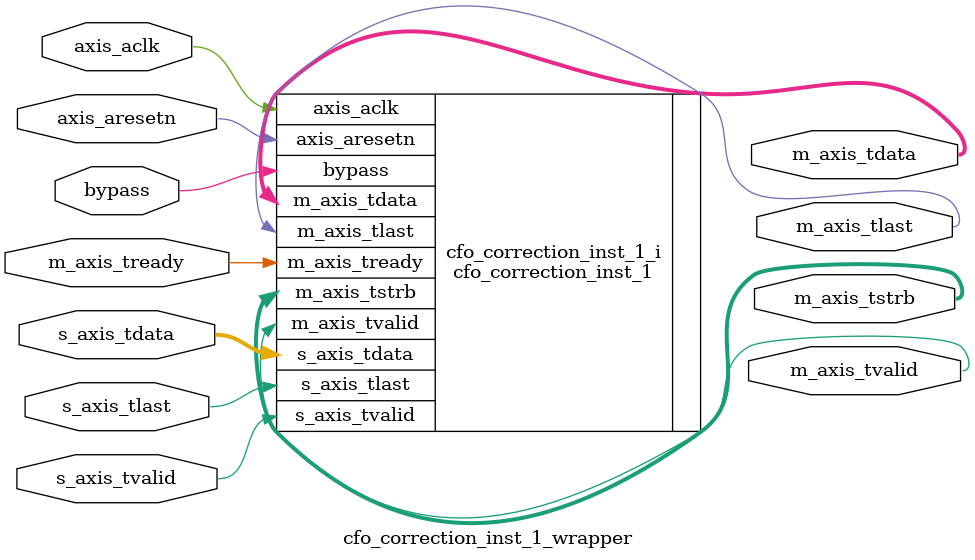
<source format=v>
`timescale 1 ps / 1 ps

module cfo_correction_inst_1_wrapper
   (axis_aclk,
    axis_aresetn,
    bypass,
    m_axis_tdata,
    m_axis_tlast,
    m_axis_tready,
    m_axis_tstrb,
    m_axis_tvalid,
    s_axis_tdata,
    s_axis_tlast,
    s_axis_tvalid);
  input axis_aclk;
  input axis_aresetn;
  input bypass;
  output [127:0]m_axis_tdata;
  output m_axis_tlast;
  input m_axis_tready;
  output [15:0]m_axis_tstrb;
  output m_axis_tvalid;
  input [127:0]s_axis_tdata;
  input s_axis_tlast;
  input s_axis_tvalid;

  wire axis_aclk;
  wire axis_aresetn;
  wire bypass;
  wire [127:0]m_axis_tdata;
  wire m_axis_tlast;
  wire m_axis_tready;
  wire [15:0]m_axis_tstrb;
  wire m_axis_tvalid;
  wire [127:0]s_axis_tdata;
  wire s_axis_tlast;
  wire s_axis_tvalid;

  cfo_correction_inst_1 cfo_correction_inst_1_i
       (.axis_aclk(axis_aclk),
        .axis_aresetn(axis_aresetn),
        .bypass(bypass),
        .m_axis_tdata(m_axis_tdata),
        .m_axis_tlast(m_axis_tlast),
        .m_axis_tready(m_axis_tready),
        .m_axis_tstrb(m_axis_tstrb),
        .m_axis_tvalid(m_axis_tvalid),
        .s_axis_tdata(s_axis_tdata),
        .s_axis_tlast(s_axis_tlast),
        .s_axis_tvalid(s_axis_tvalid));
endmodule

</source>
